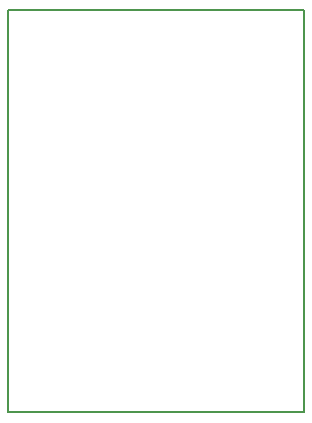
<source format=gbr>
G04 #@! TF.FileFunction,Profile,NP*
%FSLAX46Y46*%
G04 Gerber Fmt 4.6, Leading zero omitted, Abs format (unit mm)*
G04 Created by KiCad (PCBNEW 4.0.7-e0-6372~58~ubuntu16.10.1) date Mon Feb 25 01:17:52 2019*
%MOMM*%
%LPD*%
G01*
G04 APERTURE LIST*
%ADD10C,0.100000*%
%ADD11C,0.150000*%
G04 APERTURE END LIST*
D10*
D11*
X0Y0D02*
X500000Y0D01*
X0Y-34000000D02*
X0Y0D01*
X25000000Y-34000000D02*
X0Y-34000000D01*
X25000000Y0D02*
X25000000Y-34000000D01*
X500000Y0D02*
X25000000Y0D01*
M02*

</source>
